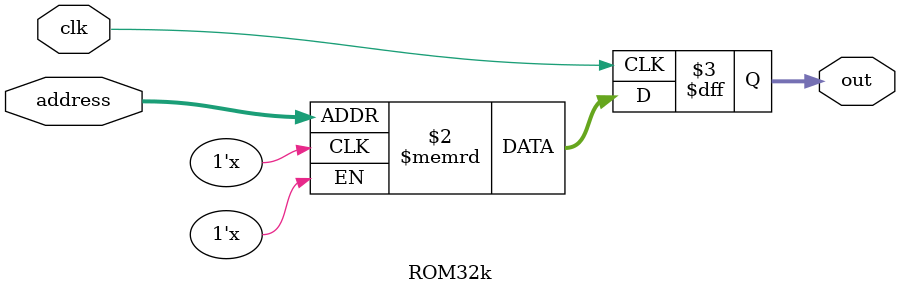
<source format=v>

module ROM32k(
    input [14:0] address,
    input clk,
    output reg [15:0] out
    );
    
    reg [15:0] ROM [0:32767];
    
    // Yet to initialise with instructions
  
    always@(posedge clk)begin
        out <= ROM[address];
    end
    
endmodule

</source>
